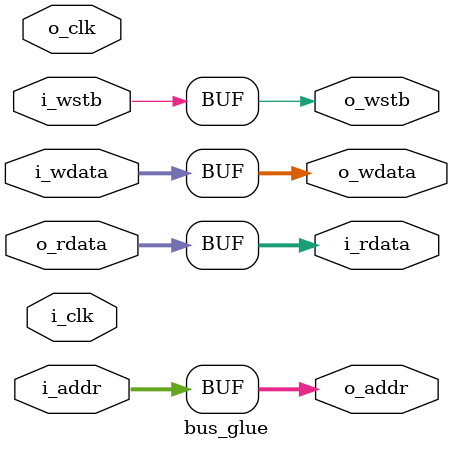
<source format=v>

module bus_glue #(
  parameter AW=24,
  parameter DW=32
) (
  // in bus (from host)
  input  i_clk,
  input  [AW-1:0] i_addr,
  input  [DW-1:0] i_wdata,
  output [DW-1:0] i_rdata,
  input  i_wstb,
  // out bus (to periph)
  input  o_clk, // ignored
  output [AW-1:0] o_addr,
  output [DW-1:0] o_wdata,
  input  [DW-1:0] o_rdata,
  output o_wstb
);

assign o_addr = i_addr;
assign o_wdata = i_wdata;
assign i_rdata = o_rdata;
assign o_wstb = i_wstb;

endmodule

</source>
